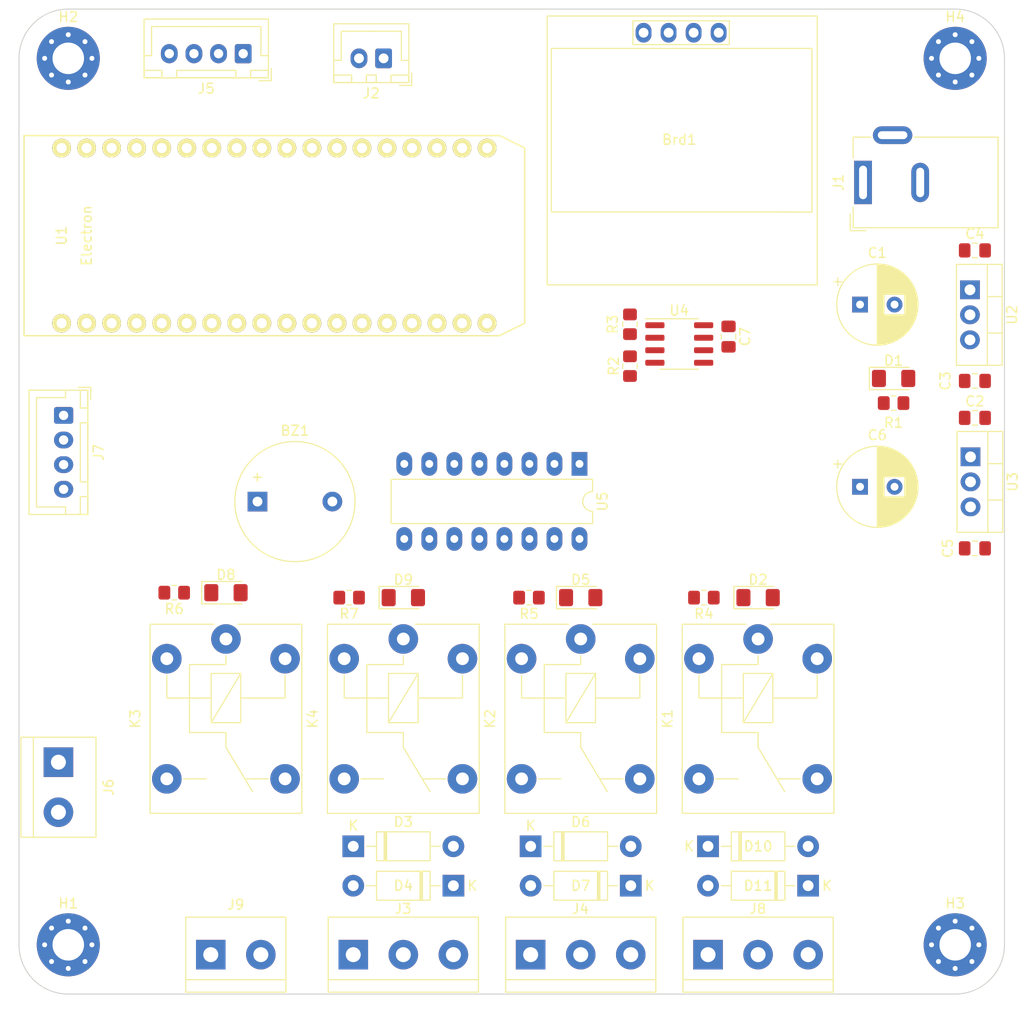
<source format=kicad_pcb>
(kicad_pcb (version 20210228) (generator pcbnew)
  (layers (0 "F.Cu" signal) (31 "B.Cu" signal) (34 "B.Paste" user) (35 "F.Paste" user) (36 "B.SilkS" user "B.Silkscreen") (37 "F.SilkS" user "F.Silkscreen") (38 "B.Mask" user) (39 "F.Mask" user) (44 "Edge.Cuts" user))
  (net 0 "")
  (net 1 "+5V")
  (net 2 "O5")
  (net 3 "SDA")
  (net 4 "SCL")
  (net 5 "GND")
  (net 6 "+3.3V")
  (net 7 "+12V")
  (net 8 "Net-(D1-Pad1)")
  (net 9 "Net-(D2-Pad1)")
  (net 10 "O1")
  (net 11 "+V3{slash}1")
  (net 12 "Net-(D5-Pad1)")
  (net 13 "O2")
  (net 14 "Net-(D8-Pad1)")
  (net 15 "O4")
  (net 16 "Net-(D9-Pad1)")
  (net 17 "O3")
  (net 18 "Net-(J2-Pad1)")
  (net 19 "+V2{slash}1")
  (net 20 "+V2{slash}2")
  (net 21 "/L")
  (net 22 "N")
  (net 23 "TX")
  (net 24 "RX")
  (net 25 "+V3{slash}2")
  (net 26 "/Comp")
  (net 27 "+V1{slash}2")
  (net 28 "+V1{slash}1")
  (net 29 "Net-(R2-Pad2)")
  (net 30 "Oxy-out")
  (net 31 "I6")
  (net 32 "I5")
  (net 33 "I4")
  (net 34 "I3")
  (net 35 "I2")
  (net 36 "I1")
  (footprint "Resistor_SMD:R_0805_2012Metric_Pad1.20x1.40mm_HandSolder" (layer "F.Cu") (at 112 72 -90)
    (fp_text reference "R3" (at 0 1.75 90) (layer "F.SilkS"))
    (fp_text value "10K")
    (pad "1" smd roundrect locked (at -1 0 270) (size 1.2 1.4) (layers "F.Cu" "F.Paste" "F.Mask") (roundrect_rratio 0.208333) (net 30 "Oxy-out"))
    (pad "2" smd roundrect locked (at 1 0 270) (size 1.2 1.4) (layers "F.Cu" "F.Paste" "F.Mask") (roundrect_rratio 0.208333) (net 29 "Net-(R2-Pad2)"))
  )
  (footprint "Resistor_SMD:R_0805_2012Metric_Pad1.20x1.40mm_HandSolder" (layer "F.Cu") (at 112 76.25 90)
    (fp_text reference "R2" (at 0 -1.65 90) (layer "F.SilkS"))
    (fp_text value "1K")
    (pad "1" smd roundrect locked (at -1 0 90) (size 1.2 1.4) (layers "F.Cu" "F.Paste" "F.Mask") (roundrect_rratio 0.208333) (net 5 "GND"))
    (pad "2" smd roundrect locked (at 1 0 90) (size 1.2 1.4) (layers "F.Cu" "F.Paste" "F.Mask") (roundrect_rratio 0.208333) (net 29 "Net-(R2-Pad2)"))
  )
  (footprint "Capacitor_THT:CP_Radial_D8.0mm_P3.50mm" (layer "F.Cu") (at 135.347349 70)
    (fp_text reference "C1" (at 1.75 -5.25) (layer "F.SilkS"))
    (fp_text value "220uF")
    (pad "1" thru_hole rect locked (at 0 0) (size 1.6 1.6) (drill 0.8) (layers *.Cu *.Mask) (net 7 "+12V"))
    (pad "2" thru_hole circle locked (at 3.5 0) (size 1.6 1.6) (drill 0.8) (layers *.Cu *.Mask) (net 5 "GND"))
  )
  (footprint "Diode_THT:D_DO-41_SOD81_P10.16mm_Horizontal" (layer "F.Cu") (at 130.08 129 180)
    (fp_text reference "D11" (at 5.08 0) (layer "F.SilkS"))
    (fp_text value "1N4007")
    (fp_text user "K" (at -1.92 0) (layer "F.SilkS"))
    (pad "1" thru_hole rect locked (at 0 0 180) (size 2.2 2.2) (drill 1.1) (layers *.Cu *.Mask) (net 25 "+V3{slash}2"))
    (pad "2" thru_hole oval locked (at 10.16 0 180) (size 2.2 2.2) (drill 1.1) (layers *.Cu *.Mask) (net 5 "GND"))
  )
  (footprint "TerminalBlock:TerminalBlock_bornier-2_P5.08mm" (layer "F.Cu") (at 69.46 136)
    (fp_text reference "J9" (at 2.54 -5.08) (layer "F.SilkS"))
    (fp_text value "Air Compresssor")
    (pad "1" thru_hole rect locked (at 0 0) (size 3 3) (drill 1.52) (layers *.Cu *.Mask) (net 26 "/Comp"))
    (pad "2" thru_hole circle locked (at 5.08 0) (size 3 3) (drill 1.52) (layers *.Cu *.Mask) (net 22 "N"))
  )
  (footprint "Relay_THT:Relay_SPDT_Finder_36.11" (layer "F.Cu") (at 71 103.95 -90)
    (fp_text reference "K3" (at 8.1 9.2 90) (layer "F.SilkS"))
    (fp_text value "FINDER-36.11")
    (pad "11" thru_hole circle locked (at 0 0 270) (size 3 3) (drill 1.3) (layers *.Cu *.Mask) (net 21 "/L"))
    (pad "12" thru_hole circle locked (at 14.2 -6 270) (size 3 3) (drill 1.3) (layers *.Cu *.Mask))
    (pad "14" thru_hole circle locked (at 14.2 6 270) (size 3 3) (drill 1.3) (layers *.Cu *.Mask) (net 26 "/Comp"))
    (pad "A1" thru_hole circle locked (at 2 6 270) (size 3 3) (drill 1.3) (layers *.Cu *.Mask) (net 5 "GND"))
    (pad "A2" thru_hole circle locked (at 2 -6 270) (size 3 3) (drill 1.3) (layers *.Cu *.Mask) (net 15 "O4"))
  )
  (footprint "MountingHole:MountingHole_3.2mm_M3_Pad_Via" (layer "F.Cu") (at 145 135)
    (fp_text reference "H3" (at 0 -4.2) (layer "F.SilkS"))
    (fp_text value "MountingHole")
    (pad "1" thru_hole circle locked (at 2.4 0) (size 0.8 0.8) (drill 0.5) (layers *.Cu *.Mask))
    (pad "1" thru_hole circle locked (at -1.697056 -1.697056) (size 0.8 0.8) (drill 0.5) (layers *.Cu *.Mask))
    (pad "1" thru_hole circle locked (at 1.697056 1.697056) (size 0.8 0.8) (drill 0.5) (layers *.Cu *.Mask))
    (pad "1" thru_hole circle locked (at 1.697056 -1.697056) (size 0.8 0.8) (drill 0.5) (layers *.Cu *.Mask))
    (pad "1" thru_hole circle locked (at 0 0) (size 6.4 6.4) (drill 3.2) (layers *.Cu *.Mask))
    (pad "1" thru_hole circle locked (at 0 -2.4) (size 0.8 0.8) (drill 0.5) (layers *.Cu *.Mask))
    (pad "1" thru_hole circle locked (at -1.697056 1.697056) (size 0.8 0.8) (drill 0.5) (layers *.Cu *.Mask))
    (pad "1" thru_hole circle locked (at -2.4 0) (size 0.8 0.8) (drill 0.5) (layers *.Cu *.Mask))
    (pad "1" thru_hole circle locked (at 0 2.4) (size 0.8 0.8) (drill 0.5) (layers *.Cu *.Mask))
  )
  (footprint "Capacitor_SMD:C_0805_2012Metric_Pad1.18x1.45mm_HandSolder" (layer "F.Cu") (at 147 77.75 180)
    (fp_text reference "C3" (at 3 0 90) (layer "F.SilkS"))
    (fp_text value "1uF")
    (pad "1" smd roundrect locked (at -1.0375 0 180) (size 1.175 1.45) (layers "F.Cu" "F.Paste" "F.Mask") (roundrect_rratio 0.212766) (net 1 "+5V"))
    (pad "2" smd roundrect locked (at 1.0375 0 180) (size 1.175 1.45) (layers "F.Cu" "F.Paste" "F.Mask") (roundrect_rratio 0.212766) (net 5 "GND"))
  )
  (footprint "Diode_THT:D_DO-41_SOD81_P10.16mm_Horizontal" (layer "F.Cu") (at 83.92 125)
    (fp_text reference "D3" (at 5.08 -2.47) (layer "F.SilkS"))
    (fp_text value "1N4007")
    (fp_text user "K" (at 0 -2.1) (layer "F.SilkS"))
    (pad "1" thru_hole rect locked (at 0 0) (size 2.2 2.2) (drill 1.1) (layers *.Cu *.Mask) (net 28 "+V1{slash}1"))
    (pad "2" thru_hole oval locked (at 10.16 0) (size 2.2 2.2) (drill 1.1) (layers *.Cu *.Mask) (net 5 "GND"))
  )
  (footprint "TerminalBlock:TerminalBlock_bornier-2_P5.08mm" (layer "F.Cu") (at 54 116.46 -90)
    (fp_text reference "J6" (at 2.54 -5.08 90) (layer "F.SilkS"))
    (fp_text value "AC_IN")
    (pad "1" thru_hole rect locked (at 0 0 270) (size 3 3) (drill 1.52) (layers *.Cu *.Mask) (net 21 "/L"))
    (pad "2" thru_hole circle locked (at 5.08 0 270) (size 3 3) (drill 1.52) (layers *.Cu *.Mask) (net 22 "N"))
  )
  (footprint "Relay_THT:Relay_SPDT_Finder_36.11" (layer "F.Cu") (at 89 103.95 -90)
    (fp_text reference "K4" (at 8.1 9.2 90) (layer "F.SilkS"))
    (fp_text value "FINDER-36.11")
    (pad "11" thru_hole circle locked (at 0 0 270) (size 3 3) (drill 1.3) (layers *.Cu *.Mask) (net 7 "+12V"))
    (pad "12" thru_hole circle locked (at 14.2 -6 270) (size 3 3) (drill 1.3) (layers *.Cu *.Mask) (net 11 "+V3{slash}1"))
    (pad "14" thru_hole circle locked (at 14.2 6 270) (size 3 3) (drill 1.3) (layers *.Cu *.Mask) (net 25 "+V3{slash}2"))
    (pad "A1" thru_hole circle locked (at 2 6 270) (size 3 3) (drill 1.3) (layers *.Cu *.Mask) (net 5 "GND"))
    (pad "A2" thru_hole circle locked (at 2 -6 270) (size 3 3) (drill 1.3) (layers *.Cu *.Mask) (net 17 "O3"))
  )
  (footprint "Buzzer_Beeper:Buzzer_12x9.5RM7.6" (layer "F.Cu") (at 74.2 90)
    (fp_text reference "BZ1" (at 3.8 -7.2) (layer "F.SilkS"))
    (fp_text value "Buzzer")
    (fp_text user "+" (at -0.01 -2.54) (layer "F.SilkS"))
    (pad "1" thru_hole rect locked (at 0 0) (size 2 2) (drill 1) (layers *.Cu *.Mask) (net 1 "+5V"))
    (pad "2" thru_hole circle locked (at 7.6 0) (size 2 2) (drill 1) (layers *.Cu *.Mask) (net 2 "O5"))
  )
  (footprint "Package_SO:SOIC-8_3.9x4.9mm_P1.27mm" (layer "F.Cu") (at 117 74)
    (fp_text reference "U4" (at 0 -3.4) (layer "F.SilkS"))
    (fp_text value "LM358")
    (pad "1" smd roundrect locked (at -2.475 -1.905) (size 1.95 0.6) (layers "F.Cu" "F.Paste" "F.Mask") (net 30 "Oxy-out"))
    (pad "2" smd roundrect locked (at -2.475 -0.635) (size 1.95 0.6) (layers "F.Cu" "F.Paste" "F.Mask") (net 29 "Net-(R2-Pad2)"))
    (pad "3" smd roundrect locked (at -2.475 0.635) (size 1.95 0.6) (layers "F.Cu" "F.Paste" "F.Mask") (net 18 "Net-(J2-Pad1)"))
    (pad "4" smd roundrect locked (at -2.475 1.905) (size 1.95 0.6) (layers "F.Cu" "F.Paste" "F.Mask") (net 5 "GND"))
    (pad "5" smd roundrect locked (at 2.475 1.905) (size 1.95 0.6) (layers "F.Cu" "F.Paste" "F.Mask"))
    (pad "6" smd roundrect locked (at 2.475 0.635) (size 1.95 0.6) (layers "F.Cu" "F.Paste" "F.Mask"))
    (pad "7" smd roundrect locked (at 2.475 -0.635) (size 1.95 0.6) (layers "F.Cu" "F.Paste" "F.Mask"))
    (pad "8" smd roundrect locked (at 2.475 -1.905) (size 1.95 0.6) (layers "F.Cu" "F.Paste" "F.Mask") (net 1 "+5V"))
  )
  (footprint "LED_SMD:LED_1206_3216Metric_Pad1.42x1.75mm_HandSolder" (layer "F.Cu") (at 71 99.25)
    (fp_text reference "D8" (at 0 -1.82) (layer "F.SilkS"))
    (fp_text value "LED")
    (pad "1" smd roundrect locked (at -1.4875 0) (size 1.425 1.75) (layers "F.Cu" "F.Paste" "F.Mask") (roundrect_rratio 0.175439) (net 14 "Net-(D8-Pad1)"))
    (pad "2" smd roundrect locked (at 1.4875 0) (size 1.425 1.75) (layers "F.Cu" "F.Paste" "F.Mask") (roundrect_rratio 0.175439) (net 15 "O4"))
  )
  (footprint "Diode_THT:D_DO-41_SOD81_P10.16mm_Horizontal" (layer "F.Cu") (at 112.08 129 180)
    (fp_text reference "D7" (at 5.08 0) (layer "F.SilkS"))
    (fp_text value "1N4007")
    (fp_text user "K" (at -1.92 0) (layer "F.SilkS"))
    (pad "1" thru_hole rect locked (at 0 0 180) (size 2.2 2.2) (drill 1.1) (layers *.Cu *.Mask) (net 20 "+V2{slash}2"))
    (pad "2" thru_hole oval locked (at 10.16 0 180) (size 2.2 2.2) (drill 1.1) (layers *.Cu *.Mask) (net 5 "GND"))
  )
  (footprint "Resistor_SMD:R_0805_2012Metric_Pad1.20x1.40mm_HandSolder" (layer "F.Cu") (at 65.75 99.25 180)
    (fp_text reference "R6" (at 0 -1.65) (layer "F.SilkS"))
    (fp_text value "1K")
    (pad "1" smd roundrect locked (at -1 0 180) (size 1.2 1.4) (layers "F.Cu" "F.Paste" "F.Mask") (roundrect_rratio 0.208333) (net 14 "Net-(D8-Pad1)"))
    (pad "2" smd roundrect locked (at 1 0 180) (size 1.2 1.4) (layers "F.Cu" "F.Paste" "F.Mask") (roundrect_rratio 0.208333) (net 5 "GND"))
  )
  (footprint "Capacitor_THT:CP_Radial_D8.0mm_P3.50mm" (layer "F.Cu") (at 135.347349 88.5)
    (fp_text reference "C6" (at 1.75 -5.25) (layer "F.SilkS"))
    (fp_text value "220uF")
    (pad "1" thru_hole rect locked (at 0 0) (size 1.6 1.6) (drill 0.8) (layers *.Cu *.Mask) (net 1 "+5V"))
    (pad "2" thru_hole circle locked (at 3.5 0) (size 1.6 1.6) (drill 0.8) (layers *.Cu *.Mask) (net 5 "GND"))
  )
  (footprint "Relay_THT:Relay_SPDT_Finder_36.11" (layer "F.Cu") (at 107 103.95 -90)
    (fp_text reference "K2" (at 8.1 9.2 90) (layer "F.SilkS"))
    (fp_text value "FINDER-36.11")
    (pad "11" thru_hole circle locked (at 0 0 270) (size 3 3) (drill 1.3) (layers *.Cu *.Mask) (net 7 "+12V"))
    (pad "12" thru_hole circle locked (at 14.2 -6 270) (size 3 3) (drill 1.3) (layers *.Cu *.Mask) (net 19 "+V2{slash}1"))
    (pad "14" thru_hole circle locked (at 14.2 6 270) (size 3 3) (drill 1.3) (layers *.Cu *.Mask) (net 20 "+V2{slash}2"))
    (pad "A1" thru_hole circle locked (at 2 6 270) (size 3 3) (drill 1.3) (layers *.Cu *.Mask) (net 5 "GND"))
    (pad "A2" thru_hole circle locked (at 2 -6 270) (size 3 3) (drill 1.3) (layers *.Cu *.Mask) (net 13 "O2"))
  )
  (footprint "SSD1306:128x64OLED" (layer "F.Cu") (at 117 53)
    (fp_text reference "Brd1" (at 0 0.254) (layer "F.SilkS"))
    (fp_text value "SSD1306")
    (pad "1" thru_hole oval locked (at -3.62 -10.6 90) (size 2 1.6) (drill 1) (layers *.Cu *.Mask) (net 5 "GND"))
    (pad "2" thru_hole oval locked (at -1.08 -10.6 90) (size 2 1.6) (drill 1) (layers *.Cu *.Mask) (net 6 "+3.3V"))
    (pad "3" thru_hole oval locked (at 1.46 -10.6 90) (size 2 1.6) (drill 1) (layers *.Cu *.Mask) (net 4 "SCL"))
    (pad "4" thru_hole oval locked (at 4 -10.6 90) (size 2 1.6) (drill 1) (layers *.Cu *.Mask) (net 3 "SDA"))
  )
  (footprint "MountingHole:MountingHole_3.2mm_M3_Pad_Via" (layer "F.Cu") (at 55 135)
    (fp_text reference "H1" (at 0 -4.2) (layer "F.SilkS"))
    (fp_text value "MountingHole")
    (pad "1" thru_hole circle locked (at 0 -2.4) (size 0.8 0.8) (drill 0.5) (layers *.Cu *.Mask))
    (pad "1" thru_hole circle locked (at 0 2.4) (size 0.8 0.8) (drill 0.5) (layers *.Cu *.Mask))
    (pad "1" thru_hole circle locked (at -1.697056 -1.697056) (size 0.8 0.8) (drill 0.5) (layers *.Cu *.Mask))
    (pad "1" thru_hole circle locked (at 2.4 0) (size 0.8 0.8) (drill 0.5) (layers *.Cu *.Mask))
    (pad "1" thru_hole circle locked (at 0 0) (size 6.4 6.4) (drill 3.2) (layers *.Cu *.Mask))
    (pad "1" thru_hole circle locked (at -2.4 0) (size 0.8 0.8) (drill 0.5) (layers *.Cu *.Mask))
    (pad "1" thru_hole circle locked (at -1.697056 1.697056) (size 0.8 0.8) (drill 0.5) (layers *.Cu *.Mask))
    (pad "1" thru_hole circle locked (at 1.697056 1.697056) (size 0.8 0.8) (drill 0.5) (layers *.Cu *.Mask))
    (pad "1" thru_hole circle locked (at 1.697056 -1.697056) (size 0.8 0.8) (drill 0.5) (layers *.Cu *.Mask))
  )
  (footprint "TerminalBlock:TerminalBlock_bornier-3_P5.08mm" (layer "F.Cu") (at 101.92 136)
    (fp_text reference "J4" (at 5.05 -4.65) (layer "F.SilkS"))
    (fp_text value "Valve2")
    (pad "1" thru_hole rect locked (at 0 0) (size 3 3) (drill 1.52) (layers *.Cu *.Mask) (net 19 "+V2{slash}1"))
    (pad "2" thru_hole circle locked (at 5.08 0) (size 3 3) (drill 1.52) (layers *.Cu *.Mask) (net 5 "GND"))
    (pad "3" thru_hole circle locked (at 10.16 0) (size 3 3) (drill 1.52) (layers *.Cu *.Mask) (net 20 "+V2{slash}2"))
  )
  (footprint "Capacitor_SMD:C_0805_2012Metric_Pad1.18x1.45mm_HandSolder" (layer "F.Cu") (at 147 64.5)
    (fp_text reference "C4" (at 0 -1.68) (layer "F.SilkS"))
    (fp_text value "1uF")
    (pad "1" smd roundrect locked (at -1.0375 0) (size 1.175 1.45) (layers "F.Cu" "F.Paste" "F.Mask") (roundrect_rratio 0.212766) (net 7 "+12V"))
    (pad "2" smd roundrect locked (at 1.0375 0) (size 1.175 1.45) (layers "F.Cu" "F.Paste" "F.Mask") (roundrect_rratio 0.212766) (net 5 "GND"))
  )
  (footprint "TerminalBlock:TerminalBlock_bornier-3_P5.08mm" (layer "F.Cu") (at 83.92 136)
    (fp_text reference "J3" (at 5.05 -4.65) (layer "F.SilkS"))
    (fp_text value "Valve1")
    (pad "1" thru_hole rect locked (at 0 0) (size 3 3) (drill 1.52) (layers *.Cu *.Mask) (net 28 "+V1{slash}1"))
    (pad "2" thru_hole circle locked (at 5.08 0) (size 3 3) (drill 1.52) (layers *.Cu *.Mask) (net 5 "GND"))
    (pad "3" thru_hole circle locked (at 10.16 0) (size 3 3) (drill 1.52) (layers *.Cu *.Mask) (net 27 "+V1{slash}2"))
  )
  (footprint "Connector_JST:JST_XH_B4B-XH-A_1x04_P2.50mm_Vertical" (layer "F.Cu") (at 72.75 44.525 180)
    (fp_text reference "J5" (at 3.75 -3.55) (layer "F.SilkS"))
    (fp_text value "UART")
    (pad "1" thru_hole roundrect locked (at 0 0 180) (size 1.7 1.95) (drill 0.95) (layers *.Cu *.Mask) (roundrect_rratio 0.147059) (net 6 "+3.3V"))
    (pad "2" thru_hole oval locked (at 2.5 0 180) (size 1.7 1.95) (drill 0.95) (layers *.Cu *.Mask) (net 3 "SDA"))
    (pad "3" thru_hole oval locked (at 5 0 180) (size 1.7 1.95) (drill 0.95) (layers *.Cu *.Mask) (net 4 "SCL"))
    (pad "4" thru_hole oval locked (at 7.5 0 180) (size 1.7 1.95) (drill 0.95) (layers *.Cu *.Mask) (net 5 "GND"))
  )
  (footprint "Package_TO_SOT_THT:TO-220-3_Vertical" (layer "F.Cu") (at 146.5 68.5 -90)
    (fp_text reference "U2" (at 2.54 -4.27 90) (layer "F.SilkS"))
    (fp_text value "LM7805_TO220")
    (pad "1" thru_hole rect locked (at 0 0 270) (size 1.905 2) (drill 1.1) (layers *.Cu *.Mask) (net 7 "+12V"))
    (pad "2" thru_hole oval locked (at 2.54 0 270) (size 1.905 2) (drill 1.1) (layers *.Cu *.Mask) (net 5 "GND"))
    (pad "3" thru_hole oval locked (at 5.08 0 270) (size 1.905 2) (drill 1.1) (layers *.Cu *.Mask) (net 1 "+5V"))
  )
  (footprint "MountingHole:MountingHole_3.2mm_M3_Pad_Via" (layer "F.Cu") (at 145 45)
    (fp_text reference "H4" (at 0 -4.2) (layer "F.SilkS"))
    (fp_text value "MountingHole")
    (pad "1" thru_hole circle locked (at 1.697056 1.697056) (size 0.8 0.8) (drill 0.5) (layers *.Cu *.Mask))
    (pad "1" thru_hole circle locked (at 0 0) (size 6.4 6.4) (drill 3.2) (layers *.Cu *.Mask))
    (pad "1" thru_hole circle locked (at 2.4 0) (size 0.8 0.8) (drill 0.5) (layers *.Cu *.Mask))
    (pad "1" thru_hole circle locked (at -2.4 0) (size 0.8 0.8) (drill 0.5) (layers *.Cu *.Mask))
    (pad "1" thru_hole circle locked (at 0 -2.4) (size 0.8 0.8) (drill 0.5) (layers *.Cu *.Mask))
    (pad "1" thru_hole circle locked (at 1.697056 -1.697056) (size 0.8 0.8) (drill 0.5) (layers *.Cu *.Mask))
    (pad "1" thru_hole circle locked (at -1.697056 -1.697056) (size 0.8 0.8) (drill 0.5) (layers *.Cu *.Mask))
    (pad "1" thru_hole circle locked (at -1.697056 1.697056) (size 0.8 0.8) (drill 0.5) (layers *.Cu *.Mask))
    (pad "1" thru_hole circle locked (at 0 2.4) (size 0.8 0.8) (drill 0.5) (layers *.Cu *.Mask))
  )
  (footprint "particle:electron" (layer "F.Cu") (at 101.3125 63 90)
    (fp_text reference "U1" (at 0 -46.99 90) (layer "F.SilkS"))
    (fp_text value "Electron" (at 0 -44.45 90) (layer "F.SilkS"))
    (pad "1" thru_hole circle locked (at -8.89 -46.99 90) (size 1.9 1.9) (drill 1.02) (layers *.Cu *.Mask "F.SilkS") (net 1 "+5V"))
    (pad "2" thru_hole circle locked (at -8.89 -44.45 90) (size 1.9 1.9) (drill 1.02) (layers *.Cu *.Mask "F.SilkS") (net 5 "GND"))
    (pad "3" thru_hole circle locked (at -8.89 -41.91 90) (size 1.9 1.9) (drill 1.02) (layers *.Cu *.Mask "F.SilkS") (net 23 "TX"))
    (pad "4" thru_hole circle locked (at -8.89 -39.37 90) (size 1.9 1.9) (drill 1.02) (layers *.Cu *.Mask "F.SilkS") (net 24 "RX"))
    (pad "5" thru_hole circle locked (at -8.89 -36.83 90) (size 1.9 1.9) (drill 1.02) (layers *.Cu *.Mask "F.SilkS"))
    (pad "6" thru_hole circle locked (at -8.89 -34.29 90) (size 1.9 1.9) (drill 1.02) (layers *.Cu *.Mask "F.SilkS"))
    (pad "7" thru_hole circle locked (at -8.89 -31.75 90) (size 1.9 1.9) (drill 1.02) (layers *.Cu *.Mask "F.SilkS"))
    (pad "8" thru_hole circle locked (at -8.89 -29.21 90) (size 1.9 1.9) (drill 1.02) (layers *.Cu *.Mask "F.SilkS"))
    (pad "9" thru_hole circle locked (at -8.89 -26.67 90) (size 1.9 1.9) (drill 1.02) (layers *.Cu *.Mask "F.SilkS"))
    (pad "10" thru_hole circle locked (at -8.89 -24.13 90) (size 1.9 1.9) (drill 1.02) (layers *.Cu *.Mask "F.SilkS"))
    (pad "11" thru_hole circle locked (at -8.89 -21.59 90) (size 1.9 1.9) (drill 1.02) (layers *.Cu *.Mask "F.SilkS"))
    (pad "12" thru_hole circle locked (at -8.89 -19.05 90) (size 1.9 1.9) (drill 1.02) (layers *.Cu *.Mask "F.SilkS") (net 30 "Oxy-out"))
    (pad "13" thru_hole circle locked (at -8.89 -16.51 90) (size 1.9 1.9) (drill 1.02) (layers *.Cu *.Mask "F.SilkS") (net 31 "I6"))
    (pad "14" thru_hole circle locked (at -8.89 -13.97 90) (size 1.9 1.9) (drill 1.02) (layers *.Cu *.Mask "F.SilkS") (net 32 "I5"))
    (pad "15" thru_hole circle locked (at -8.89 -11.43 90) (size 1.9 1.9) (drill 1.02) (layers *.Cu *.Mask "F.SilkS") (net 33 "I4"))
    (pad "16" thru_hole circle locked (at -8.89 -8.89 90) (size 1.9 1.9) (drill 1.02) (layers *.Cu *.Mask "F.SilkS") (net 34 "I3"))
    (pad "17" thru_hole circle locked (at -8.89 -6.35 90) (size 1.9 1.9) (drill 1.02) (layers *.Cu *.Mask "F.SilkS") (net 35 "I2"))
    (pad "18" thru_hole circle locked (at -8.89 -3.81 90) (size 1.9 1.9) (drill 1.02) (layers *.Cu *.Mask "F.SilkS") (net 36 "I1"))
    (pad "19" thru_hole circle locked (at 8.89 -3.81 90) (size 1.9 1.9) (drill 1.02) (layers *.Cu *.Mask "F.SilkS"))
    (pad "20" thru_hole circle locked (at 8.89 -6.35 90) (size 1.9 1.9) (drill 1.02) (layers *.Cu *.Mask "F.SilkS"))
    (pad "21" thru_hole circle locked (at 8.89 -8.89 90) (size 1.9 1.9) (drill 1.02) (layers *.Cu *.Mask "F.SilkS"))
    (pad "22" thru_hole circle locked (at 8.89 -11.43 90) (size 1.9 1.9) (drill 1.02) (layers *.Cu *.Mask "F.SilkS"))
    (pad "23" thru_hole circle locked (at 8.89 -13.97 90) (size 1.9 1.9) (drill 1.02) (layers *.Cu *.Mask "F.SilkS"))
    (pad "24" thru_hole circle locked (at 8.89 -16.51 90) (size 1.9 1.9) (drill 1.02) (layers *.Cu *.Mask "F.SilkS"))
    (pad "25" thru_hole circle locked (at 8.89 -19.05 90) (size 1.9 1.9) (drill 1.02) (layers *.Cu *.Mask "F.SilkS") (net 3 "SDA"))
    (pad "26" thru_hole circle locked (at 8.89 -21.59 90) (size 1.9 1.9) (drill 1.02) (layers *.Cu *.Mask "F.SilkS") (net 4 "SCL"))
    (pad "27" thru_hole circle locked (at 8.89 -24.13 90) (size 1.9 1.9) (drill 1.02) (layers *.Cu *.Mask "F.SilkS"))
    (pad "28" thru_hole circle locked (at 8.89 -26.67 90) (size 1.9 1.9) (drill 1.02) (layers *.Cu *.Mask "F.SilkS"))
    (pad "29" thru_hole circle locked (at 8.89 -29.21 90) (size 1.9 1.9) (drill 1.02) (layers *.Cu *.Mask "F.SilkS"))
    (pad "30" thru_hole circle locked (at 8.89 -31.75 90) (size 1.9 1.9) (drill 1.02) (layers *.Cu *.Mask "F.SilkS"))
    (pad "31" thru_hole circle locked (at 8.89 -34.29 90) (size 1.9 1.9) (drill 1.02) (layers *.Cu *.Mask "F.SilkS"))
    (pad "32" thru_hole circle locked (at 8.89 -36.83 90) (size 1.9 1.9) (drill 1.02) (layers *.Cu *.Mask "F.SilkS"))
    (pad "33" thru_hole circle locked (at 8.89 -39.37 90) (size 1.9 1.9) (drill 1.02) (layers *.Cu *.Mask "F.SilkS") (net 5 "GND"))
    (pad "34" thru_hole circle locked (at 8.89 -41.91 90) (size 1.9 1.9) (drill 1.02) (layers *.Cu *.Mask "F.SilkS"))
    (pad "35" thru_hole circle locked (at 8.89 -44.45 90) (size 1.9 1.9) (drill 1.02) (layers *.Cu *.Mask "F.SilkS"))
    (pad "36" thru_hole circle locked (at 8.89 -46.99 90) (size 1.9 1.9) (drill 1.02) (layers *.Cu *.Mask "F.SilkS"))
  )
  (footprint "Diode_THT:D_DO-41_SOD81_P10.16mm_Horizontal" (layer "F.Cu") (at 119.92 125)
    (fp_text reference "D10" (at 5.08 0) (layer "F.SilkS"))
    (fp_text value "1N4007")
    (fp_text user "K" (at -1.92 0) (layer "F.SilkS"))
    (pad "1" thru_hole rect locked (at 0 0) (size 2.2 2.2) (drill 1.1) (layers *.Cu *.Mask) (net 11 "+V3{slash}1"))
    (pad "2" thru_hole oval locked (at 10.16 0) (size 2.2 2.2) (drill 1.1) (layers *.Cu *.Mask) (net 5 "GND"))
  )
  (footprint "Connector_JST:JST_XH_B2B-XH-A_1x02_P2.50mm_Vertical" (layer "F.Cu") (at 87 45 180)
    (fp_text reference "J2" (at 1.25 -3.55) (layer "F.SilkS"))
    (fp_text value "OXY-Sensor")
    (pad "1" thru_hole roundrect locked (at 0 0 180) (size 1.7 2) (drill 1) (layers *.Cu *.Mask) (roundrect_rratio 0.147059) (net 18 "Net-(J2-Pad1)"))
    (pad "2" thru_hole oval locked (at 2.5 0 180) (size 1.7 2) (drill 1) (layers *.Cu *.Mask) (net 5 "GND"))
  )
  (footprint "Connector_JST:JST_XH_B4B-XH-A_1x04_P2.50mm_Vertical" (layer "F.Cu") (at 54.525 81.25 -90)
    (fp_text reference "J7" (at 3.75 -3.55 90) (layer "F.SilkS"))
    (fp_text value "I2C")
    (pad "1" thru_hole roundrect locked (at 0 0 270) (size 1.7 1.95) (drill 0.95) (layers *.Cu *.Mask) (roundrect_rratio 0.147059) (net 1 "+5V"))
    (pad "2" thru_hole oval locked (at 2.5 0 270) (size 1.7 1.95) (drill 0.95) (layers *.Cu *.Mask) (net 23 "TX"))
    (pad "3" thru_hole oval locked (at 5 0 270) (size 1.7 1.95) (drill 0.95) (layers *.Cu *.Mask) (net 24 "RX"))
    (pad "4" thru_hole oval locked (at 7.5 0 270) (size 1.7 1.95) (drill 0.95) (layers *.Cu *.Mask) (net 5 "GND"))
  )
  (footprint "Resistor_SMD:R_0805_2012Metric_Pad1.20x1.40mm_HandSolder" (layer "F.Cu") (at 101.75 99.75 180)
    (fp_text reference "R5" (at 0 -1.65) (layer "F.SilkS"))
    (fp_text value "1K")
    (pad "1" smd roundrect locked (at -1 0 180) (size 1.2 1.4) (layers "F.Cu" "F.Paste" "F.Mask") (roundrect_rratio 0.208333) (net 12 "Net-(D5-Pad1)"))
    (pad "2" smd roundrect locked (at 1 0 180) (size 1.2 1.4) (layers "F.Cu" "F.Paste" "F.Mask") (roundrect_rratio 0.208333) (net 5 "GND"))
  )
  (footprint "Diode_THT:D_DO-41_SOD81_P10.16mm_Horizontal" (layer "F.Cu") (at 94.08 129 180)
    (fp_text reference "D4" (at 5.08 0) (layer "F.SilkS"))
    (fp_text value "1N4007")
    (fp_text user "K" (at -1.92 0) (layer "F.SilkS"))
    (pad "1" thru_hole rect locked (at 0 0 180) (size 2.2 2.2) (drill 1.1) (layers *.Cu *.Mask) (net 27 "+V1{slash}2"))
    (pad "2" thru_hole oval locked (at 10.16 0 180) (size 2.2 2.2) (drill 1.1) (layers *.Cu *.Mask) (net 5 "GND"))
  )
  (footprint "Resistor_SMD:R_0805_2012Metric_Pad1.20x1.40mm_HandSolder" (layer "F.Cu") (at 119.5 99.75 180)
    (fp_text reference "R4" (at 0 -1.65) (layer "F.SilkS"))
    (fp_text value "1K")
    (pad "1" smd roundrect locked (at -1 0 180) (size 1.2 1.4) (layers "F.Cu" "F.Paste" "F.Mask") (roundrect_rratio 0.208333) (net 9 "Net-(D2-Pad1)"))
    (pad "2" smd roundrect locked (at 1 0 180) (size 1.2 1.4) (layers "F.Cu" "F.Paste" "F.Mask") (roundrect_rratio 0.208333) (net 5 "GND"))
  )
  (footprint "Package_DIP:DIP-16_W7.62mm_LongPads" (layer "F.Cu") (at 106.875 86.175 -90)
    (fp_text reference "U5" (at 3.81 -2.33 90) (layer "F.SilkS"))
    (fp_text value "ULN2003A")
    (pad "1" thru_hole rect locked (at 0 0 270) (size 2.4 1.6) (drill 0.8) (layers *.Cu *.Mask) (net 36 "I1"))
    (pad "2" thru_hole oval locked (at 0 2.54 270) (size 2.4 1.6) (drill 0.8) (layers *.Cu *.Mask) (net 35 "I2"))
    (pad "3" thru_hole oval locked (at 0 5.08 270) (size 2.4 1.6) (drill 0.8) (layers *.Cu *.Mask) (net 34 "I3"))
    (pad "4" thru_hole oval locked (at 0 7.62 270) (size 2.4 1.6) (drill 0.8) (layers *.Cu *.Mask) (net 33 "I4"))
    (pad "5" thru_hole oval locked (at 0 10.16 270) (size 2.4 1.6) (drill 0.8) (layers *.Cu *.Mask) (net 32 "I5"))
    (pad "6" thru_hole oval locked (at 0 12.7 270) (size 2.4 1.6) (drill 0.8) (layers *.Cu *.Mask) (net 31 "I6"))
    (pad "7" thru_hole oval locked (at 0 15.24 270) (size 2.4 1.6) (drill 0.8) (layers *.Cu *.Mask))
    (pad "8" thru_hole oval locked (at 0 17.78 270) (size 2.4 1.6) (drill 0.8) (layers *.Cu *.Mask) (net 5 "GND"))
    (pad "9" thru_hole oval locked (at 7.62 17.78 270) (size 2.4 1.6) (drill 0.8) (layers *.Cu *.Mask) (net 1 "+5V"))
    (pad "10" thru_hole oval locked (at 7.62 15.24 270) (size 2.4 1.6) (drill 0.8) (layers *.Cu *.Mask))
    (pad "11" thru_hole oval locked (at 7.62 12.7 270) (size 2.4 1.6) (drill 0.8) (layers *.Cu *.Mask))
    (pad "12" thru_hole oval locked (at 7.62 10.16 270) (size 2.4 1.6) (drill 0.8) (layers *.Cu *.Mask) (net 2 "O5"))
    (pad "13" thru_hole oval locked (at 7.62 7.62 270) (size 2.4 1.6) (drill 0.8) (layers *.Cu *.Mask) (net 15 "O4"))
    (pad "14" thru_hole oval locked (at 7.62 5.08 270) (size 2.4 1.6) (drill 0.8) (layers *.Cu *.Mask) (net 17 "O3"))
    (pad "15" thru_hole oval locked (at 7.62 2.54 270) (size 2.4 1.6) (drill 0.8) (layers *.Cu *.Mask) (net 13 "O2"))
    (pad "16" thru_hole oval locked (at 7.62 0 270) (size 2.4 1.6) (drill 0.8) (layers *.Cu *.Mask) (net 10 "O1"))
  )
  (footprint "MountingHole:MountingHole_3.2mm_M3_Pad_Via" (layer "F.Cu") (at 55 45)
    (fp_text reference "H2" (at 0 -4.2) (layer "F.SilkS"))
    (fp_text value "MountingHole")
    (pad "1" thru_hole circle locked (at -1.697056 1.697056) (size 0.8 0.8) (drill 0.5) (layers *.Cu *.Mask))
    (pad "1" thru_hole circle locked (at 0 0) (size 6.4 6.4) (drill 3.2) (layers *.Cu *.Mask))
    (pad "1" thru_hole circle locked (at 0 -2.4) (size 0.8 0.8) (drill 0.5) (layers *.Cu *.Mask))
    (pad "1" thru_hole circle locked (at -2.4 0) (size 0.8 0.8) (drill 0.5) (layers *.Cu *.Mask))
    (pad "1" thru_hole circle locked (at 0 2.4) (size 0.8 0.8) (drill 0.5) (layers *.Cu *.Mask))
    (pad "1" thru_hole circle locked (at 2.4 0) (size 0.8 0.8) (drill 0.5) (layers *.Cu *.Mask))
    (pad "1" thru_hole circle locked (at 1.697056 -1.697056) (size 0.8 0.8) (drill 0.5) (layers *.Cu *.Mask))
    (pad "1" thru_hole circle locked (at 1.697056 1.697056) (size 0.8 0.8) (drill 0.5) (layers *.Cu *.Mask))
    (pad "1" thru_hole circle locked (at -1.697056 -1.697056) (size 0.8 0.8) (drill 0.5) (layers *.Cu *.Mask))
  )
  (footprint "Resistor_SMD:R_0805_2012Metric_Pad1.20x1.40mm_HandSolder" (layer "F.Cu") (at 83.5 99.75 180)
    (fp_text reference "R7" (at 0 -1.65) (layer "F.SilkS"))
    (fp_text value "1K")
    (pad "1" smd roundrect locked (at -1 0 180) (size 1.2 1.4) (layers "F.Cu" "F.Paste" "F.Mask") (roundrect_rratio 0.208333) (net 16 "Net-(D9-Pad1)"))
    (pad "2" smd roundrect locked (at 1 0 180) (size 1.2 1.4) (layers "F.Cu" "F.Paste" "F.Mask") (roundrect_rratio 0.208333) (net 5 "GND"))
  )
  (footprint "TerminalBlock:TerminalBlock_bornier-3_P5.08mm" (layer "F.Cu") (at 119.92 136)
    (fp_text reference "J8" (at 5.05 -4.65) (layer "F.SilkS"))
    (fp_text value "Valve3")
    (pad "1" thru_hole rect locked (at 0 0) (size 3 3) (drill 1.52) (layers *.Cu *.Mask) (net 11 "+V3{slash}1"))
    (pad "2" thru_hole circle locked (at 5.08 0) (size 3 3) (drill 1.52) (layers *.Cu *.Mask) (net 5 "GND"))
    (pad "3" thru_hole circle locked (at 10.16 0) (size 3 3) (drill 1.52) (layers *.Cu *.Mask) (net 25 "+V3{slash}2"))
  )
  (footprint "LED_SMD:LED_1206_3216Metric_Pad1.42x1.75mm_HandSolder" (layer "F.Cu") (at 125 99.75)
    (fp_text reference "D2" (at 0 -1.82) (layer "F.SilkS"))
    (fp_text value "LED")
    (pad "1" smd roundrect locked (at -1.4875 0) (size 1.425 1.75) (layers "F.Cu" "F.Paste" "F.Mask") (roundrect_rratio 0.175439) (net 9 "Net-(D2-Pad1)"))
    (pad "2" smd roundrect locked (at 1.4875 0) (size 1.425 1.75) (layers "F.Cu" "F.Paste" "F.Mask") (roundrect_rratio 0.175439) (net 10 "O1"))
  )
  (footprint "Relay_THT:Relay_SPDT_Finder_36.11" (layer "F.Cu") (at 125 103.95 -90)
    (fp_text reference "K1" (at 8.1 9.2 90) (layer "F.SilkS"))
    (fp_text value "FINDER-36.11")
    (pad "11" thru_hole circle locked (at 0 0 270) (size 3 3) (drill 1.3) (layers *.Cu *.Mask) (net 7 "+12V"))
    (pad "12" thru_hole circle locked (at 14.2 -6 270) (size 3 3) (drill 1.3) (layers *.Cu *.Mask) (net 28 "+V1{slash}1"))
    (pad "14" thru_hole circle locked (at 14.2 6 270) (size 3 3) (drill 1.3) (layers *.Cu *.Mask) (net 27 "+V1{slash}2"))
    (pad "A1" thru_hole circle locked (at 2 6 270) (size 3 3) (drill 1.3) (layers *.Cu *.Mask) (net 5 "GND"))
    (pad "A2" thru_hole circle locked (at 2 -6 270) (size 3 3) (drill 1.3) (layers *.Cu *.Mask) (net 10 "O1"))
  )
  (footprint "Resistor_SMD:R_0805_2012Metric_Pad1.20x1.40mm_HandSolder" (layer "F.Cu") (at 138.75 80)
    (fp_text reference "R1" (at 0 2) (layer "F.SilkS"))
    (fp_text value "1K")
    (pad "1" smd roundrect locked (at -1 0) (size 1.2 1.4) (layers "F.Cu" "F.Paste" "F.Mask") (roundrect_rratio 0.208333) (net 8 "Net-(D1-Pad1)"))
    (pad "2" smd roundrect locked (at 1 0) (size 1.2 1.4) (layers "F.Cu" "F.Paste" "F.Mask") (roundrect_rratio 0.208333) (net 5 "GND"))
  )
  (footprint "Capacitor_SMD:C_0805_2012Metric_Pad1.18x1.45mm_HandSolder" (layer "F.Cu") (at 122 73.25 -90)
    (fp_text reference "C7" (at 0 -1.68 90) (layer "F.SilkS"))
    (fp_text value "100nF")
    (pad "1" smd roundrect locked (at -1.0375 0 270) (size 1.175 1.45) (layers "F.Cu" "F.Paste" "F.Mask") (roundrect_rratio 0.212766) (net 1 "+5V"))
    (pad "2" smd roundrect locked (at 1.0375 0 270) (size 1.175 1.45) (layers "F.Cu" "F.Paste" "F.Mask") (roundrect_rratio 0.212766) (net 5 "GND"))
  )
  (footprint "Connector_BarrelJack:BarrelJack_Wuerth_6941xx301002" (layer "F.Cu") (at 135.65 57.6 90)
    (fp_text reference "J1" (at 0 -2.5 90) (layer "F.SilkS"))
    (fp_text value "Jack-DC")
    (pad "1" thru_hole rect locked (at 0 0 90) (size 4.4 1.8) (drill oval 3.4 0.8) (layers *.Cu *.Mask) (net 7 "+12V"))
    (pad "2" thru_hole oval locked (at 0 5.8 90) (size 4 1.8) (drill oval 3 0.8) (layers *.Cu *.Mask) (net 5 "GND"))
    (pad "3" thru_hole oval locked (at 4.8 3 180) (size 4 1.8) (drill oval 3 0.8) (layers *.Cu *.Mask))
  )
  (footprint "Capacitor_SMD:C_0805_2012Metric_Pad1.18x1.45mm_HandSolder" (layer "F.Cu") (at 147 94.75)
    (fp_text reference "C5" (at -2.75 0 90) (layer "F.SilkS"))
    (fp_text value "1uF")
    (pad "1" smd roundrect locked (at -1.0375 0) (size 1.175 1.45) (layers "F.Cu" "F.Paste" "F.Mask") (roundrect_rratio 0.212766) (net 1 "+5V"))
    (pad "2" smd roundrect locked (at 1.0375 0) (size 1.175 1.45) (layers "F.Cu" "F.Paste" "F.Mask") (roundrect_rratio 0.212766) (net 5 "GND"))
  )
  (footprint "Capacitor_SMD:C_0805_2012Metric_Pad1.18x1.45mm_HandSolder" (layer "F.Cu") (at 147 81.5)
    (fp_text reference "C2" (at 0 -1.68) (layer "F.SilkS"))
    (fp_text value "1uF")
    (pad "1" smd roundrect locked (at -1.0375 0) (size 1.175 1.45) (layers "F.Cu" "F.Paste" "F.Mask") (roundrect_rratio 0.212766) (net 7 "+12V"))
    (pad "2" smd roundrect locked (at 1.0375 0) (size 1.175 1.45) (layers "F.Cu" "F.Paste" "F.Mask") (roundrect_rratio 0.212766) (net 5 "GND"))
  )
  (footprint "LED_SMD:LED_1206_3216Metric_Pad1.42x1.75mm_HandSolder" (layer "F.Cu") (at 89 99.75)
    (fp_text reference "D9" (at 0 -1.82) (layer "F.SilkS"))
    (fp_text value "LED")
    (pad "1" smd roundrect locked (at -1.4875 0) (size 1.425 1.75) (layers "F.Cu" "F.Paste" "F.Mask") (roundrect_rratio 0.175439) (net 16 "Net-(D9-Pad1)"))
    (pad "2" smd roundrect locked (at 1.4875 0) (size 1.425 1.75) (layers "F.Cu" "F.Paste" "F.Mask") (roundrect_rratio 0.175439) (net 17 "O3"))
  )
  (footprint "LED_SMD:LED_1206_3216Metric_Pad1.42x1.75mm_HandSolder" (layer "F.Cu") (at 107 99.75)
    (fp_text reference "D5" (at 0 -1.82) (layer "F.SilkS"))
    (fp_text value "LED")
    (pad "1" smd roundrect locked (at -1.4875 0) (size 1.425 1.75) (layers "F.Cu" "F.Paste" "F.Mask") (roundrect_rratio 0.175439) (net 12 "Net-(D5-Pad1)"))
    (pad "2" smd roundrect locked (at 1.4875 0) (size 1.425 1.75) (layers "F.Cu" "F.Paste" "F.Mask") (roundrect_rratio 0.175439) (net 13 "O2"))
  )
  (footprint "LED_SMD:LED_1206_3216Metric_Pad1.42x1.75mm_HandSolder" (layer "F.Cu") (at 138.75 77.5)
    (fp_text reference "D1" (at 0 -1.82) (layer "F.SilkS"))
    (fp_text value "LED")
    (pad "1" smd roundrect locked (at -1.4875 0) (size 1.425 1.75) (layers "F.Cu" "F.Paste" "F.Mask") (roundrect_rratio 0.175439) (net 8 "Net-(D1-Pad1)"))
    (pad "2" smd roundrect locked (at 1.4875 0) (size 1.425 1.75) (layers "F.Cu" "F.Paste" "F.Mask") (roundrect_rratio 0.175439) (net 1 "+5V"))
  )
  (footprint "Diode_THT:D_DO-41_SOD81_P10.16mm_Horizontal" (layer "F.Cu") (at 101.92 125)
    (fp_text reference "D6" (at 5.08 -2.47) (layer "F.SilkS"))
    (fp_text value "1N4007")
    (fp_text user "K" (at 0 -2.1) (layer "F.SilkS"))
    (pad "1" thru_hole rect locked (at 0 0) (size 2.2 2.2) (drill 1.1) (layers *.Cu *.Mask) (net 19 "+V2{slash}1"))
    (pad "2" thru_hole oval locked (at 10.16 0) (size 2.2 2.2) (drill 1.1) (layers *.Cu *.Mask) (net 5 "GND"))
  )
  (footprint "Package_TO_SOT_THT:TO-220-3_Vertical" (layer "F.Cu") (at 146.555 85.46 -90)
    (fp_text reference "U3" (at 2.54 -4.27 90) (layer "F.SilkS"))
    (fp_text value "LM7805_TO220")
    (pad "1" thru_hole rect locked (at 0 0 270) (size 1.905 2) (drill 1.1) (layers *.Cu *.Mask) (net 7 "+12V"))
    (pad "2" thru_hole oval locked (at 2.54 0 270) (size 1.905 2) (drill 1.1) (layers *.Cu *.Mask) (net 5 "GND"))
    (pad "3" thru_hole oval locked (at 5.08 0 270) (size 1.905 2) (drill 1.1) (layers *.Cu *.Mask) (net 1 "+5V"))
  )
  (gr_line (start 150 45) (end 150 135) (layer "Edge.Cuts") (width 0.1))
  (gr_arc (start 145 45) (end 145 40) (angle 90) (layer "Edge.Cuts") (width 0.1))
  (gr_arc (start 55 135) (end 50 135) (angle -90) (layer "Edge.Cuts") (width 0.1))
  (gr_line (start 145 140) (end 55 140) (layer "Edge.Cuts") (width 0.1))
  (gr_line (start 55 40) (end 145 40) (layer "Edge.Cuts") (width 0.1))
  (gr_arc (start 55 45) (end 55 40) (angle -90) (layer "Edge.Cuts") (width 0.1))
  (gr_arc (start 145 135) (end 145 140) (angle -90) (layer "Edge.Cuts") (width 0.1))
  (gr_line (start 50 135) (end 50 45) (layer "Edge.Cuts") (width 0.1))
)
</source>
